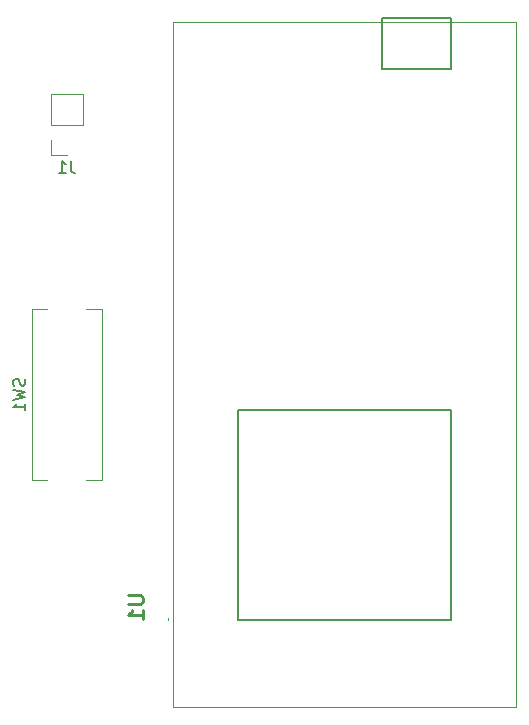
<source format=gbr>
%TF.GenerationSoftware,KiCad,Pcbnew,7.0.7*%
%TF.CreationDate,2023-09-15T19:51:44-06:00*%
%TF.ProjectId,hygienie_pcb,68796769-656e-4696-955f-7063622e6b69,00*%
%TF.SameCoordinates,Original*%
%TF.FileFunction,Legend,Bot*%
%TF.FilePolarity,Positive*%
%FSLAX46Y46*%
G04 Gerber Fmt 4.6, Leading zero omitted, Abs format (unit mm)*
G04 Created by KiCad (PCBNEW 7.0.7) date 2023-09-15 19:51:44*
%MOMM*%
%LPD*%
G01*
G04 APERTURE LIST*
%ADD10C,0.150000*%
%ADD11C,0.254000*%
%ADD12C,0.120000*%
%ADD13C,0.200000*%
%ADD14C,0.100000*%
G04 APERTURE END LIST*
D10*
X82162200Y-106616667D02*
X82209819Y-106759524D01*
X82209819Y-106759524D02*
X82209819Y-106997619D01*
X82209819Y-106997619D02*
X82162200Y-107092857D01*
X82162200Y-107092857D02*
X82114580Y-107140476D01*
X82114580Y-107140476D02*
X82019342Y-107188095D01*
X82019342Y-107188095D02*
X81924104Y-107188095D01*
X81924104Y-107188095D02*
X81828866Y-107140476D01*
X81828866Y-107140476D02*
X81781247Y-107092857D01*
X81781247Y-107092857D02*
X81733628Y-106997619D01*
X81733628Y-106997619D02*
X81686009Y-106807143D01*
X81686009Y-106807143D02*
X81638390Y-106711905D01*
X81638390Y-106711905D02*
X81590771Y-106664286D01*
X81590771Y-106664286D02*
X81495533Y-106616667D01*
X81495533Y-106616667D02*
X81400295Y-106616667D01*
X81400295Y-106616667D02*
X81305057Y-106664286D01*
X81305057Y-106664286D02*
X81257438Y-106711905D01*
X81257438Y-106711905D02*
X81209819Y-106807143D01*
X81209819Y-106807143D02*
X81209819Y-107045238D01*
X81209819Y-107045238D02*
X81257438Y-107188095D01*
X81209819Y-107521429D02*
X82209819Y-107759524D01*
X82209819Y-107759524D02*
X81495533Y-107950000D01*
X81495533Y-107950000D02*
X82209819Y-108140476D01*
X82209819Y-108140476D02*
X81209819Y-108378572D01*
X82209819Y-109283333D02*
X82209819Y-108711905D01*
X82209819Y-108997619D02*
X81209819Y-108997619D01*
X81209819Y-108997619D02*
X81352676Y-108902381D01*
X81352676Y-108902381D02*
X81447914Y-108807143D01*
X81447914Y-108807143D02*
X81495533Y-108711905D01*
D11*
X90914318Y-124954380D02*
X91942413Y-124954380D01*
X91942413Y-124954380D02*
X92063365Y-125014857D01*
X92063365Y-125014857D02*
X92123842Y-125075333D01*
X92123842Y-125075333D02*
X92184318Y-125196285D01*
X92184318Y-125196285D02*
X92184318Y-125438190D01*
X92184318Y-125438190D02*
X92123842Y-125559142D01*
X92123842Y-125559142D02*
X92063365Y-125619619D01*
X92063365Y-125619619D02*
X91942413Y-125680095D01*
X91942413Y-125680095D02*
X90914318Y-125680095D01*
X92184318Y-126950095D02*
X92184318Y-126224380D01*
X92184318Y-126587237D02*
X90914318Y-126587237D01*
X90914318Y-126587237D02*
X91095746Y-126466285D01*
X91095746Y-126466285D02*
X91216699Y-126345333D01*
X91216699Y-126345333D02*
X91277175Y-126224380D01*
D10*
X86058333Y-88149819D02*
X86058333Y-88864104D01*
X86058333Y-88864104D02*
X86105952Y-89006961D01*
X86105952Y-89006961D02*
X86201190Y-89102200D01*
X86201190Y-89102200D02*
X86344047Y-89149819D01*
X86344047Y-89149819D02*
X86439285Y-89149819D01*
X85058333Y-89149819D02*
X85629761Y-89149819D01*
X85344047Y-89149819D02*
X85344047Y-88149819D01*
X85344047Y-88149819D02*
X85439285Y-88292676D01*
X85439285Y-88292676D02*
X85534523Y-88387914D01*
X85534523Y-88387914D02*
X85629761Y-88435533D01*
D12*
%TO.C,SW1*%
X88695000Y-100680000D02*
X88695000Y-115220000D01*
X87365000Y-100680000D02*
X88695000Y-100680000D01*
X84085000Y-100680000D02*
X82755000Y-100680000D01*
X82755000Y-100680000D02*
X82755000Y-115220000D01*
X88695000Y-115220000D02*
X87365000Y-115220000D01*
X82755000Y-115220000D02*
X84085000Y-115220000D01*
D13*
%TO.C,U1*%
X118225000Y-76100000D02*
X118225000Y-80422000D01*
X112419000Y-76100000D02*
X118225000Y-76100000D01*
D14*
X123720000Y-76410000D02*
X94720000Y-76410000D01*
X94720000Y-76410000D02*
X94720000Y-134410000D01*
D13*
X118225000Y-80422000D02*
X112419000Y-80422000D01*
X112419000Y-80422000D02*
X112419000Y-76100000D01*
X118220000Y-109220000D02*
X118220000Y-127000000D01*
X100220000Y-109220000D02*
X118220000Y-109220000D01*
D14*
X94320000Y-126910000D02*
X94320000Y-126910000D01*
D13*
X118220000Y-127000000D02*
X100220000Y-127000000D01*
X100220000Y-127000000D02*
X100220000Y-109220000D01*
D14*
X94320000Y-127010000D02*
X94320000Y-127010000D01*
X123720000Y-134410000D02*
X123720000Y-76410000D01*
X94720000Y-134410000D02*
X123720000Y-134410000D01*
X94320000Y-127010000D02*
G75*
G03*
X94320000Y-126910000I0J50000D01*
G01*
X94320000Y-126910000D02*
G75*
G03*
X94320000Y-127010000I0J-50000D01*
G01*
D12*
%TO.C,J1*%
X84395000Y-82495000D02*
X87055000Y-82495000D01*
X84395000Y-85095000D02*
X84395000Y-82495000D01*
X84395000Y-85095000D02*
X87055000Y-85095000D01*
X84395000Y-86365000D02*
X84395000Y-87695000D01*
X84395000Y-87695000D02*
X85725000Y-87695000D01*
X87055000Y-85095000D02*
X87055000Y-82495000D01*
%TD*%
M02*

</source>
